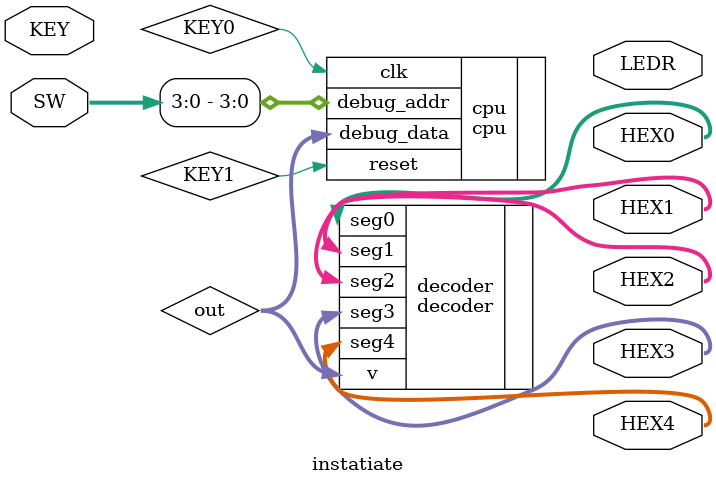
<source format=v>
module instatiate(
    input [3:0] KEY,
    output [9:0] LEDR,
    input [9:0] SW,
    output [6:0] HEX0,
    output [6:0] HEX1,
    output [6:0] HEX2,
    output [6:0] HEX3,
	 output [6:0] HEX4
);

wire [15:0] out;

cpu cpu(.clk(KEY0), .reset(KEY1), .debug_addr(SW[3:0]), .debug_data(out));

decoder decoder(.v(out), .seg4(HEX4), .seg3(HEX3), .seg2(HEX2), .seg1(HEX1), .seg0(HEX0));

endmodule
</source>
